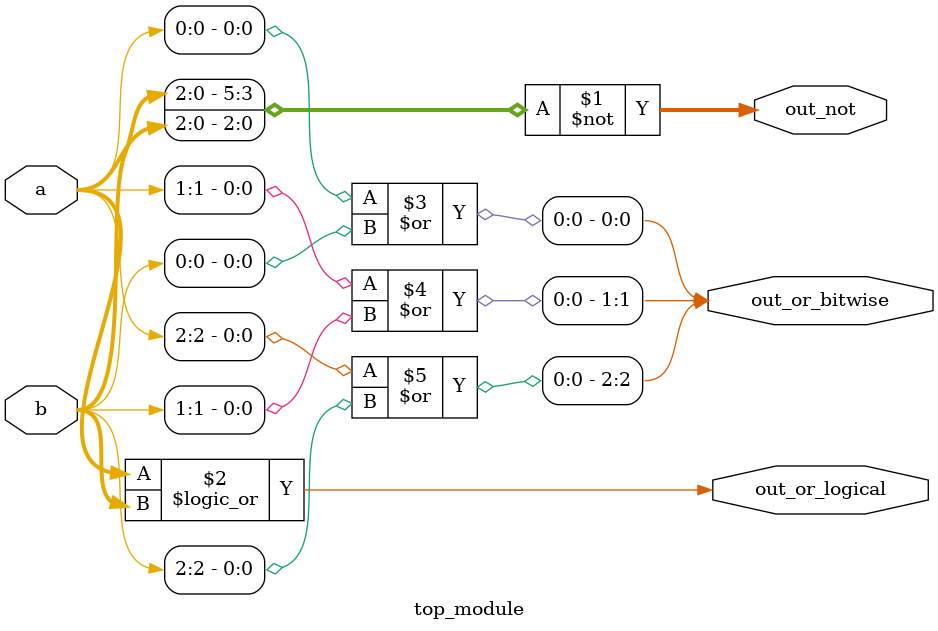
<source format=v>
module top_module( 
    input [2:0] a,
    input [2:0] b,
    output [2:0] out_or_bitwise,
    output out_or_logical,
    output [5:0] out_not
);
    assign out_not = ~{b,a};
    assign out_or_logical = a || b;
    assign out_or_bitwise = {a[2]|b[2], a[1]|b[1], a[0]|b[0]};
endmodule

</source>
